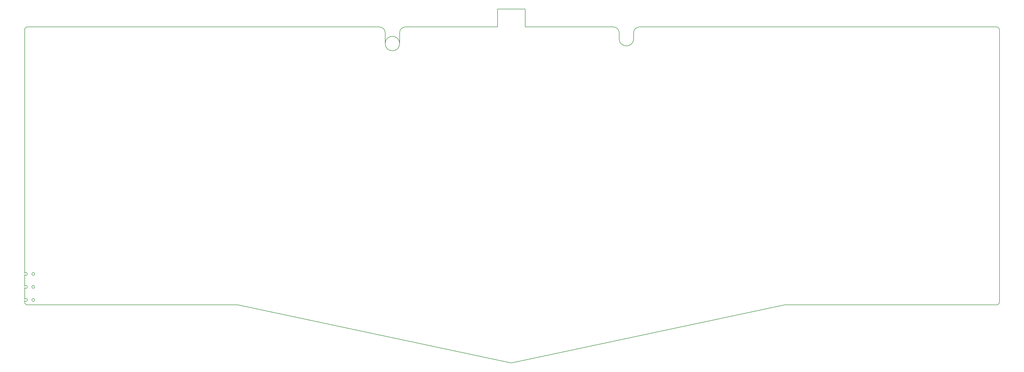
<source format=gbr>
%TF.GenerationSoftware,KiCad,Pcbnew,(5.1.10-1-10_14)*%
%TF.CreationDate,2021-05-29T20:47:56+07:00*%
%TF.ProjectId,geulis,6765756c-6973-42e6-9b69-6361645f7063,rev?*%
%TF.SameCoordinates,Original*%
%TF.FileFunction,Profile,NP*%
%FSLAX46Y46*%
G04 Gerber Fmt 4.6, Leading zero omitted, Abs format (unit mm)*
G04 Created by KiCad (PCBNEW (5.1.10-1-10_14)) date 2021-05-29 20:47:56*
%MOMM*%
%LPD*%
G01*
G04 APERTURE LIST*
%TA.AperFunction,Profile*%
%ADD10C,0.150000*%
%TD*%
G04 APERTURE END LIST*
D10*
X146114557Y132373558D02*
G75*
G02*
X148114557Y130373558I0J-2000000D01*
G01*
X153114557Y130373558D02*
G75*
G02*
X155114557Y132373558I2000000J0D01*
G01*
X227059857Y132373558D02*
G75*
G02*
X229059857Y130373558I0J-2000000D01*
G01*
X234059857Y130373558D02*
G75*
G02*
X236059857Y132373558I2000000J0D01*
G01*
X155114557Y132373558D02*
X186971609Y132373558D01*
X148114557Y126615418D02*
X148114557Y130373558D01*
X153114557Y126615418D02*
X153114557Y130373558D01*
X236059857Y132373558D02*
X359615559Y132373558D01*
X229059857Y128295882D02*
X229059857Y130373558D01*
X234059857Y128295882D02*
X234059857Y130373558D01*
X23376809Y37971503D02*
G75*
G02*
X23376809Y37535613I450000J-217945D01*
G01*
X23376809Y42471503D02*
G75*
G02*
X23376809Y42035613I450000J-217945D01*
G01*
X24376809Y36033558D02*
G75*
G02*
X23376809Y37033558I0J1000000D01*
G01*
X360615559Y37033558D02*
G75*
G02*
X359615559Y36033558I-1000000J0D01*
G01*
X359615559Y132373558D02*
G75*
G02*
X360615559Y131373558I0J-1000000D01*
G01*
X23376809Y131373558D02*
G75*
G02*
X24376809Y132373558I1000000J0D01*
G01*
X23376809Y46971503D02*
G75*
G02*
X23376809Y46535613I450000J-217945D01*
G01*
X23376809Y46535613D02*
X23376809Y42471503D01*
X23376809Y131373558D02*
X23376809Y46971503D01*
X23376809Y42035613D02*
X23376809Y37971503D01*
X23376809Y37535613D02*
X23376809Y37033558D01*
X24376809Y36033558D02*
X97069295Y36033558D01*
X97069295Y36033558D02*
X191746809Y15909232D01*
X191746809Y15909232D02*
X286424322Y36033558D01*
X286424322Y36033558D02*
X359615559Y36033558D01*
X360615559Y131373558D02*
X360615559Y37033558D01*
X196522009Y132373558D02*
X227059857Y132373558D01*
X196522009Y132373558D02*
X196522009Y138545456D01*
X196522009Y138545456D02*
X186971609Y138545460D01*
X186971609Y138545460D02*
X186971609Y132373558D01*
X24376809Y132373558D02*
X146114557Y132373558D01*
X234059857Y128295882D02*
G75*
G02*
X229059857Y128295882I-2500000J0D01*
G01*
X153114557Y126615418D02*
G75*
G02*
X148114557Y126615418I-2500000J0D01*
G01*
X26866809Y37753558D02*
G75*
G03*
X26866809Y37753558I-500000J0D01*
G01*
X26866809Y42253558D02*
G75*
G03*
X26866809Y42253558I-500000J0D01*
G01*
X26866809Y46753558D02*
G75*
G03*
X26866809Y46753558I-500000J0D01*
G01*
X153114557Y126615418D02*
G75*
G03*
X153114557Y126615418I-2500000J0D01*
G01*
M02*

</source>
